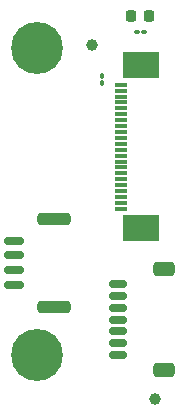
<source format=gbr>
%TF.GenerationSoftware,KiCad,Pcbnew,7.0.10*%
%TF.CreationDate,2024-02-01T11:04:59-05:00*%
%TF.ProjectId,quad_payload_adapter,71756164-5f70-4617-996c-6f61645f6164,rev?*%
%TF.SameCoordinates,Original*%
%TF.FileFunction,Soldermask,Top*%
%TF.FilePolarity,Negative*%
%FSLAX46Y46*%
G04 Gerber Fmt 4.6, Leading zero omitted, Abs format (unit mm)*
G04 Created by KiCad (PCBNEW 7.0.10) date 2024-02-01 11:04:59*
%MOMM*%
%LPD*%
G01*
G04 APERTURE LIST*
G04 Aperture macros list*
%AMRoundRect*
0 Rectangle with rounded corners*
0 $1 Rounding radius*
0 $2 $3 $4 $5 $6 $7 $8 $9 X,Y pos of 4 corners*
0 Add a 4 corners polygon primitive as box body*
4,1,4,$2,$3,$4,$5,$6,$7,$8,$9,$2,$3,0*
0 Add four circle primitives for the rounded corners*
1,1,$1+$1,$2,$3*
1,1,$1+$1,$4,$5*
1,1,$1+$1,$6,$7*
1,1,$1+$1,$8,$9*
0 Add four rect primitives between the rounded corners*
20,1,$1+$1,$2,$3,$4,$5,0*
20,1,$1+$1,$4,$5,$6,$7,0*
20,1,$1+$1,$6,$7,$8,$9,0*
20,1,$1+$1,$8,$9,$2,$3,0*%
G04 Aperture macros list end*
%ADD10RoundRect,0.150000X-0.700000X0.150000X-0.700000X-0.150000X0.700000X-0.150000X0.700000X0.150000X0*%
%ADD11RoundRect,0.250000X-1.150000X0.250000X-1.150000X-0.250000X1.150000X-0.250000X1.150000X0.250000X0*%
%ADD12C,4.400000*%
%ADD13RoundRect,0.100000X-0.130000X-0.100000X0.130000X-0.100000X0.130000X0.100000X-0.130000X0.100000X0*%
%ADD14R,1.117600X0.304800*%
%ADD15R,3.124200X2.311400*%
%ADD16RoundRect,0.100000X0.100000X-0.130000X0.100000X0.130000X-0.100000X0.130000X-0.100000X-0.130000X0*%
%ADD17RoundRect,0.218750X-0.218750X-0.256250X0.218750X-0.256250X0.218750X0.256250X-0.218750X0.256250X0*%
%ADD18RoundRect,0.250000X0.650000X-0.350000X0.650000X0.350000X-0.650000X0.350000X-0.650000X-0.350000X0*%
%ADD19RoundRect,0.150000X0.625000X-0.150000X0.625000X0.150000X-0.625000X0.150000X-0.625000X-0.150000X0*%
%ADD20C,1.000000*%
G04 APERTURE END LIST*
D10*
%TO.C,J4*%
X94050000Y-103280000D03*
X94050000Y-104530000D03*
X94050000Y-105780000D03*
X94050000Y-107030000D03*
D11*
X97400000Y-101430000D03*
X97400000Y-108880000D03*
%TD*%
D12*
%TO.C,H1*%
X96000000Y-87000000D03*
%TD*%
D13*
%TO.C,R1*%
X104410000Y-85630000D03*
X105050000Y-85630000D03*
%TD*%
D14*
%TO.C,J1*%
X103050000Y-100589999D03*
X103050000Y-100090000D03*
X103050000Y-99589998D03*
X103050000Y-99089999D03*
X103050000Y-98590000D03*
X103050000Y-98089999D03*
X103050000Y-97590000D03*
X103050000Y-97089998D03*
X103050000Y-96589999D03*
X103050000Y-96090000D03*
X103050000Y-95589999D03*
X103050000Y-95090000D03*
X103050000Y-94589998D03*
X103050000Y-94089999D03*
X103050000Y-93590000D03*
X103050000Y-93089999D03*
X103050000Y-92590000D03*
X103050000Y-92089998D03*
X103050000Y-91589999D03*
X103050000Y-91090000D03*
X103050000Y-90589999D03*
X103050000Y-90090000D03*
D15*
X104749999Y-102254999D03*
X104749999Y-88424999D03*
%TD*%
D16*
%TO.C,C1*%
X101470000Y-89955000D03*
X101470000Y-89315000D03*
%TD*%
D17*
%TO.C,D1*%
X103888500Y-84229000D03*
X105463500Y-84229000D03*
%TD*%
D12*
%TO.C,H2*%
X96000000Y-113000000D03*
%TD*%
D18*
%TO.C,J3*%
X106695000Y-105670000D03*
X106695000Y-114270000D03*
D19*
X102820000Y-106970000D03*
X102820000Y-107970000D03*
X102820000Y-108970000D03*
X102820000Y-109970000D03*
X102820000Y-110970000D03*
X102820000Y-111970000D03*
X102820000Y-112970000D03*
%TD*%
D20*
%TO.C,TP1*%
X100634800Y-86741000D03*
%TD*%
%TO.C,TP2*%
X105994200Y-116713000D03*
%TD*%
M02*

</source>
